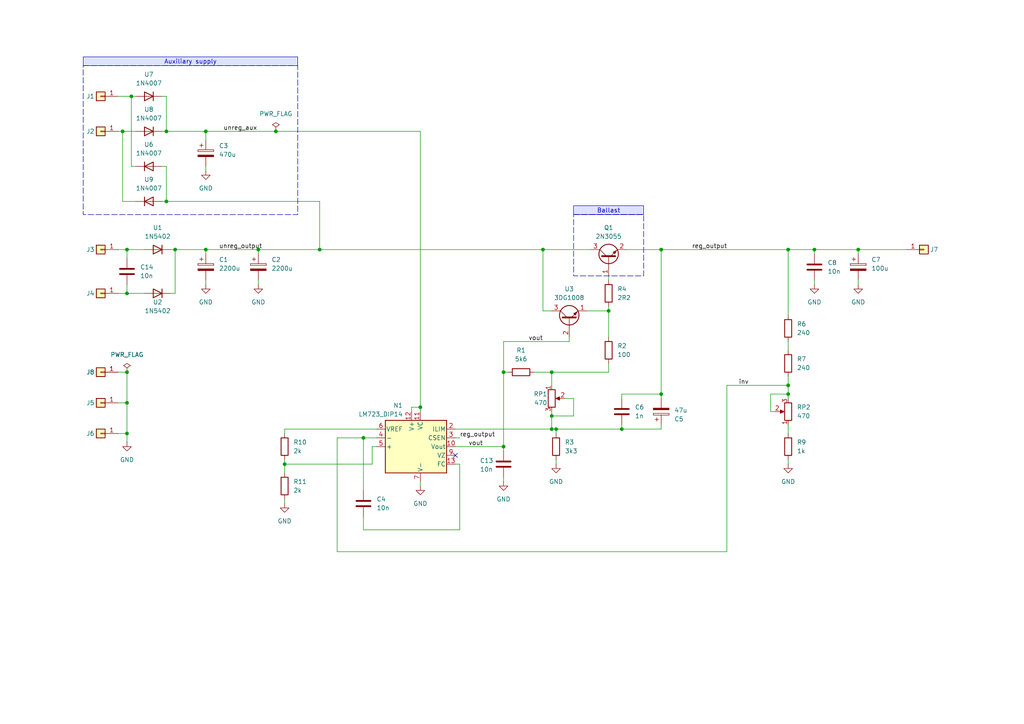
<source format=kicad_sch>
(kicad_sch (version 20250114) (generator "eeschema") (generator_version "9.0")
  (paper "A4")
  (title_block (title "5V supply") (date "2025-12-30") (rev "1.0.0") (comment 1 "Compliant with Velleman's layout") (comment 2 "Ref: AQF7.820.775"))
  (lib_symbols
    (symbol "Connector_Generic:Conn_01x01" (pin_names (offset 1.016) (hide yes))
      (property "Reference" "J" (at 0 2.54 0))
      (property "Value" "Conn_01x01" (at 0 -2.54 0))
      (symbol "Conn_01x01_1_1"
        (rectangle (start -1.27 1.27) (end 1.27 -1.27) (stroke (width 0.254)) (fill (type background)))
        (rectangle (start -1.27 0.127) (end 0 -0.127) (stroke (width 0.1524)))
        (pin passive line (at -5.08 0 0) (length 3.81) (name "Pin_1") (number "1"))
      )
    )
    (symbol "Device:C" (pin_numbers (hide yes)) (pin_names (offset 0.254))
      (property "Reference" "C" (at 0.635 2.54 0))
      (property "Value" "C" (at 0.635 -2.54 0))
      (symbol "C_0_1"
        (polyline (pts (xy -2.032 0.762) (xy 2.032 0.762)) (stroke (width 0.508)))
        (polyline (pts (xy -2.032 -0.762) (xy 2.032 -0.762)) (stroke (width 0.508)))
      )
      (symbol "C_1_1"
        (pin passive line (at 0 3.81 270) (length 2.794) (name "~") (number "1"))
        (pin passive line (at 0 -3.81 90) (length 2.794) (name "~") (number "2"))
      )
    )
    (symbol "Device:C_Polarized" (pin_numbers (hide yes)) (pin_names (offset 0.254))
      (property "Reference" "C" (at 0.635 2.54 0))
      (property "Value" "C_Polarized" (at 0.635 -2.54 0))
      (symbol "C_Polarized_0_1"
        (rectangle (start -2.286 0.508) (end 2.286 1.016))
        (polyline (pts (xy -1.778 2.286) (xy -0.762 2.286)))
        (polyline (pts (xy -1.27 2.794) (xy -1.27 1.778)))
        (rectangle (start 2.286 -0.508) (end -2.286 -1.016) (fill (type outline)))
      )
      (symbol "C_Polarized_1_1"
        (pin passive line (at 0 3.81 270) (length 2.794) (name "~") (number "1"))
        (pin passive line (at 0 -3.81 90) (length 2.794) (name "~") (number "2"))
      )
    )
    (symbol "Device:R" (pin_numbers (hide yes)) (pin_names (offset 0))
      (property "Reference" "R" (at 2.032 0 90))
      (property "Value" "R" (at 0 0 90))
      (symbol "R_0_1"
        (rectangle (start -1.016 -2.54) (end 1.016 2.54) (stroke (width 0.254)))
      )
      (symbol "R_1_1"
        (pin passive line (at 0 3.81 270) (length 1.27) (name "~") (number "1"))
        (pin passive line (at 0 -3.81 90) (length 1.27) (name "~") (number "2"))
      )
    )
    (symbol "Device:R_Potentiometer" (pin_names (offset 1.016) (hide yes))
      (property "Reference" "RV" (at -4.445 0 90))
      (property "Value" "R_Potentiometer" (at -2.54 0 90))
      (symbol "R_Potentiometer_0_1"
        (rectangle (start 1.016 2.54) (end -1.016 -2.54) (stroke (width 0.254)))
        (polyline (pts (xy 1.143 0) (xy 2.286 0.508) (xy 2.286 -0.508) (xy 1.143 0)) (fill (type outline)))
        (polyline (pts (xy 2.54 0) (xy 1.524 0)))
      )
      (symbol "R_Potentiometer_1_1"
        (pin passive line (at 0 3.81 270) (length 1.27) (name "1") (number "1"))
        (pin passive line (at 0 -3.81 90) (length 1.27) (name "3") (number "3"))
        (pin passive line (at 3.81 0 180) (length 1.27) (name "2") (number "2"))
      )
    )
    (symbol "Diode:1N4007" (pin_numbers (hide yes)) (pin_names (hide yes))
      (property "Reference" "D" (at 0 2.54 0))
      (property "Value" "1N4007" (at 0 -2.54 0))
      (symbol "1N4007_0_1"
        (polyline (pts (xy -1.27 1.27) (xy -1.27 -1.27)) (stroke (width 0.254)))
        (polyline (pts (xy 1.27 1.27) (xy 1.27 -1.27) (xy -1.27 0) (xy 1.27 1.27)) (stroke (width 0.254)))
        (polyline (pts (xy 1.27 0) (xy -1.27 0)))
      )
      (symbol "1N4007_1_1"
        (pin passive line (at -3.81 0 0) (length 2.54) (name "K") (number "1"))
        (pin passive line (at 3.81 0 180) (length 2.54) (name "A") (number "2"))
      )
    )
    (symbol "Diode:1N5402" (pin_numbers (hide yes)) (pin_names (hide yes))
      (property "Reference" "D" (at 0 2.54 0))
      (property "Value" "1N5402" (at 0 -2.54 0))
      (symbol "1N5402_0_1"
        (polyline (pts (xy -1.27 1.27) (xy -1.27 -1.27)) (stroke (width 0.254)))
        (polyline (pts (xy 1.27 1.27) (xy 1.27 -1.27) (xy -1.27 0) (xy 1.27 1.27)) (stroke (width 0.254)))
        (polyline (pts (xy 1.27 0) (xy -1.27 0)))
      )
      (symbol "1N5402_1_1"
        (pin passive line (at -3.81 0 0) (length 2.54) (name "K") (number "1"))
        (pin passive line (at 3.81 0 180) (length 2.54) (name "A") (number "2"))
      )
    )
    (symbol "Regulator_Linear:LM723_DIP14" (pin_names (offset 0.254))
      (property "Reference" "U" (at 0.635 10.795 0))
      (property "Value" "LM723_DIP14" (at 0.635 8.89 0))
      (symbol "LM723_DIP14_0_1"
        (rectangle (start -10.16 -7.62) (end 7.62 7.62) (stroke (width 0.254)) (fill (type background)))
      )
      (symbol "LM723_DIP14_1_1"
        (pin power_out line (at -12.7 5.08 0) (length 2.54) (name "VREF") (number "6"))
        (pin input line (at -12.7 2.54 0) (length 2.54) (name "-") (number "4"))
        (pin input line (at -12.7 0 0) (length 2.54) (name "+") (number "5"))
        (pin no_connect line (at -10.16 -2.54 0) (length 2.54) (hide yes) (name "NC") (number "8"))
        (pin no_connect line (at -10.16 -5.08 0) (length 2.54) (hide yes) (name "NC") (number "1"))
        (pin power_in line (at -2.54 10.16 270) (length 2.54) (name "V+") (number "12"))
        (pin no_connect line (at -2.54 -7.62 90) (length 2.54) (hide yes) (name "NC") (number "14"))
        (pin power_in line (at 0 10.16 270) (length 2.54) (name "VC") (number "11"))
        (pin power_in line (at 0 -10.16 90) (length 2.54) (name "V-") (number "7"))
        (pin input line (at 10.16 5.08 180) (length 2.54) (name "ILIM") (number "2"))
        (pin input line (at 10.16 2.54 180) (length 2.54) (name "CSEN") (number "3"))
        (pin power_out line (at 10.16 0 180) (length 2.54) (name "Vout") (number "10"))
        (pin input line (at 10.16 -2.54 180) (length 2.54) (name "VZ") (number "9"))
        (pin input line (at 10.16 -5.08 180) (length 2.54) (name "FC") (number "13"))
      )
    )
    (symbol "Transistor_BJT:2N3055" (pin_names (offset 0) (hide yes))
      (property "Reference" "Q" (at 5.08 1.905 0))
      (property "Value" "2N3055" (at 5.08 0 0))
      (symbol "2N3055_0_1"
        (polyline (pts (xy -2.54 0) (xy 0.635 0)))
        (polyline (pts (xy 0.635 1.905) (xy 0.635 -1.905)) (stroke (width 0.508)))
        (circle (center 1.27 0) (radius 2.8194) (stroke (width 0.254)))
      )
      (symbol "2N3055_1_1"
        (polyline (pts (xy 0.635 0.635) (xy 2.54 2.54)))
        (polyline (pts (xy 0.635 -0.635) (xy 2.54 -2.54)))
        (polyline (pts (xy 1.27 -1.778) (xy 1.778 -1.27) (xy 2.286 -2.286) (xy 1.27 -1.778)) (fill (type outline)))
        (pin input line (at -5.08 0 0) (length 2.54) (name "B") (number "1"))
        (pin passive line (at 2.54 5.08 270) (length 2.54) (name "C") (number "3"))
        (pin passive line (at 2.54 -5.08 90) (length 2.54) (name "E") (number "2"))
      )
    )
    (symbol "Transistor_BJT:Q_NPN_EBC" (pin_names (offset 0) (hide yes))
      (property "Reference" "Q" (at 5.08 1.27 0))
      (property "Value" "Q_NPN_EBC" (at 5.08 -1.27 0))
      (symbol "Q_NPN_EBC_0_1"
        (polyline (pts (xy -2.54 0) (xy 0.635 0)))
        (polyline (pts (xy 0.635 1.905) (xy 0.635 -1.905)) (stroke (width 0.508)))
        (circle (center 1.27 0) (radius 2.8194) (stroke (width 0.254)))
      )
      (symbol "Q_NPN_EBC_1_1"
        (polyline (pts (xy 0.635 0.635) (xy 2.54 2.54)))
        (polyline (pts (xy 0.635 -0.635) (xy 2.54 -2.54)))
        (polyline (pts (xy 1.27 -1.778) (xy 1.778 -1.27) (xy 2.286 -2.286) (xy 1.27 -1.778)) (fill (type outline)))
        (pin input line (at -5.08 0 0) (length 2.54) (name "B") (number "2"))
        (pin passive line (at 2.54 5.08 270) (length 2.54) (name "C") (number "3"))
        (pin passive line (at 2.54 -5.08 90) (length 2.54) (name "E") (number "1"))
      )
    )
    (symbol "power:GND" (power) (pin_numbers (hide yes)) (pin_names (offset 0) (hide yes))
      (property "Value" "GND" (at 0 -3.81 0))
      (symbol "GND_0_1"
        (polyline (pts (xy 0 0) (xy 0 -1.27) (xy 1.27 -1.27) (xy 0 -2.54) (xy -1.27 -1.27) (xy 0 -1.27)))
      )
      (symbol "GND_1_1"
        (pin power_in line (at 0 0 270) (length 0) (name "~") (number "1"))
      )
    )
    (symbol "power:PWR_FLAG" (power) (pin_numbers (hide yes)) (pin_names (offset 0) (hide yes))
      (property "Value" "PWR_FLAG" (at 0 3.81 0))
      (symbol "PWR_FLAG_0_0"
        (pin power_out line (at 0 0 90) (length 0) (name "~") (number "1"))
      )
      (symbol "PWR_FLAG_0_1"
        (polyline (pts (xy 0 0) (xy 0 1.27) (xy -1.016 1.905) (xy 0 2.54) (xy 1.016 1.905) (xy 0 1.27)))
      )
    )
  )
  (rectangle (start 166.37 62.23) (end 186.69 80.01) (stroke (width 0) (type dash)))
  (rectangle (start 24.13 19.05) (end 86.36 62.23) (stroke (width 0) (type dash)))
  (text_box "Auxiliary supply" (at 24.13 16.51 0) (size 62.23 2.54) (margins 0.9525 0.9525 0.9525 0.9525) (fill (type color) (color 222 226 255 1)) (effects (font (size 1.27 1.27))))
  (text_box "Ballast" (at 166.37 59.69 0) (size 20.32 2.54) (margins 0.9525 0.9525 0.9525 0.9525) (fill (type color) (color 222 226 255 1)) (effects (font (size 1.27 1.27))))
  (junction (at 228.6 111.76))
  (junction (at 160.02 124.46))
  (junction (at 80.01 38.1))
  (junction (at 59.69 72.39))
  (junction (at 59.69 38.1))
  (junction (at 161.29 124.46))
  (junction (at 160.02 120.65))
  (junction (at 35.56 38.1))
  (junction (at 121.92 118.11))
  (junction (at 36.83 85.09))
  (junction (at 105.41 127))
  (junction (at 160.02 107.95))
  (junction (at 48.26 58.42))
  (junction (at 50.8 72.39))
  (junction (at 36.83 125.73))
  (junction (at 36.83 72.39))
  (junction (at 228.6 114.3))
  (junction (at 38.1 27.94))
  (junction (at 146.05 129.54))
  (junction (at 236.22 72.39))
  (junction (at 146.05 107.95))
  (junction (at 191.77 72.39))
  (junction (at 82.55 134.62))
  (junction (at 157.48 72.39))
  (junction (at 48.26 38.1))
  (junction (at 36.83 107.95))
  (junction (at 74.93 72.39))
  (junction (at 92.71 72.39))
  (junction (at 191.77 114.3))
  (junction (at 228.6 72.39))
  (junction (at 180.34 124.46))
  (junction (at 176.53 90.17))
  (junction (at 248.92 72.39))
  (junction (at 36.83 116.84))
  (no_connect (at 132.08 132.08))
  (wire (pts (xy 157.48 72.39) (xy 157.48 90.17)))
  (wire (pts (xy 210.82 160.02) (xy 210.82 111.76)))
  (wire (pts (xy 121.92 139.7) (xy 121.92 140.97)))
  (wire (pts (xy 105.41 149.86) (xy 105.41 153.67)))
  (wire (pts (xy 163.83 115.57) (xy 166.37 115.57)))
  (wire (pts (xy 161.29 124.46) (xy 180.34 124.46)))
  (wire (pts (xy 46.99 48.26) (xy 48.26 48.26)))
  (wire (pts (xy 74.93 72.39) (xy 74.93 73.66)))
  (wire (pts (xy 191.77 123.19) (xy 191.77 124.46)))
  (wire (pts (xy 59.69 73.66) (xy 59.69 72.39)))
  (wire (pts (xy 228.6 114.3) (xy 228.6 115.57)))
  (wire (pts (xy 248.92 72.39) (xy 248.92 73.66)))
  (wire (pts (xy 119.38 118.11) (xy 121.92 118.11)))
  (wire (pts (xy 50.8 72.39) (xy 50.8 85.09)))
  (wire (pts (xy 109.22 127) (xy 105.41 127)))
  (wire (pts (xy 38.1 48.26) (xy 38.1 27.94)))
  (wire (pts (xy 59.69 40.64) (xy 59.69 38.1)))
  (wire (pts (xy 191.77 72.39) (xy 191.77 114.3)))
  (wire (pts (xy 133.35 153.67) (xy 105.41 153.67)))
  (wire (pts (xy 180.34 115.57) (xy 180.34 114.3)))
  (wire (pts (xy 176.53 88.9) (xy 176.53 90.17)))
  (wire (pts (xy 82.55 125.73) (xy 82.55 124.46)))
  (wire (pts (xy 49.53 85.09) (xy 50.8 85.09)))
  (wire (pts (xy 48.26 58.42) (xy 92.71 58.42)))
  (wire (pts (xy 121.92 38.1) (xy 121.92 118.11)))
  (wire (pts (xy 160.02 120.65) (xy 160.02 119.38)))
  (wire (pts (xy 119.38 119.38) (xy 119.38 118.11)))
  (wire (pts (xy 180.34 114.3) (xy 191.77 114.3)))
  (wire (pts (xy 36.83 72.39) (xy 36.83 74.93)))
  (wire (pts (xy 146.05 107.95) (xy 147.32 107.95)))
  (wire (pts (xy 36.83 85.09) (xy 34.29 85.09)))
  (wire (pts (xy 35.56 58.42) (xy 35.56 38.1)))
  (wire (pts (xy 82.55 133.35) (xy 82.55 134.62)))
  (wire (pts (xy 181.61 72.39) (xy 191.77 72.39)))
  (wire (pts (xy 146.05 138.43) (xy 146.05 139.7)))
  (wire (pts (xy 34.29 107.95) (xy 36.83 107.95)))
  (wire (pts (xy 74.93 82.55) (xy 74.93 81.28)))
  (wire (pts (xy 34.29 27.94) (xy 38.1 27.94)))
  (wire (pts (xy 154.94 107.95) (xy 160.02 107.95)))
  (wire (pts (xy 36.83 72.39) (xy 41.91 72.39)))
  (wire (pts (xy 48.26 27.94) (xy 46.99 27.94)))
  (wire (pts (xy 176.53 90.17) (xy 176.53 97.79)))
  (wire (pts (xy 133.35 134.62) (xy 133.35 153.67)))
  (wire (pts (xy 160.02 111.76) (xy 160.02 107.95)))
  (wire (pts (xy 161.29 124.46) (xy 161.29 125.73)))
  (wire (pts (xy 157.48 72.39) (xy 171.45 72.39)))
  (wire (pts (xy 228.6 72.39) (xy 228.6 91.44)))
  (wire (pts (xy 248.92 72.39) (xy 262.89 72.39)))
  (wire (pts (xy 236.22 72.39) (xy 228.6 72.39)))
  (wire (pts (xy 248.92 81.28) (xy 248.92 82.55)))
  (wire (pts (xy 166.37 120.65) (xy 160.02 120.65)))
  (wire (pts (xy 160.02 120.65) (xy 160.02 124.46)))
  (wire (pts (xy 248.92 72.39) (xy 236.22 72.39)))
  (wire (pts (xy 82.55 124.46) (xy 109.22 124.46)))
  (wire (pts (xy 161.29 133.35) (xy 161.29 134.62)))
  (wire (pts (xy 132.08 129.54) (xy 146.05 129.54)))
  (wire (pts (xy 36.83 125.73) (xy 36.83 116.84)))
  (wire (pts (xy 97.79 127) (xy 97.79 160.02)))
  (wire (pts (xy 210.82 111.76) (xy 228.6 111.76)))
  (wire (pts (xy 34.29 38.1) (xy 35.56 38.1)))
  (wire (pts (xy 48.26 38.1) (xy 48.26 27.94)))
  (wire (pts (xy 39.37 58.42) (xy 35.56 58.42)))
  (wire (pts (xy 146.05 129.54) (xy 146.05 107.95)))
  (wire (pts (xy 97.79 160.02) (xy 210.82 160.02)))
  (wire (pts (xy 34.29 125.73) (xy 36.83 125.73)))
  (wire (pts (xy 109.22 129.54) (xy 107.95 129.54)))
  (wire (pts (xy 228.6 123.19) (xy 228.6 125.73)))
  (wire (pts (xy 48.26 38.1) (xy 59.69 38.1)))
  (wire (pts (xy 82.55 137.16) (xy 82.55 134.62)))
  (wire (pts (xy 176.53 80.01) (xy 176.53 81.28)))
  (wire (pts (xy 236.22 72.39) (xy 236.22 73.66)))
  (wire (pts (xy 191.77 114.3) (xy 191.77 115.57)))
  (wire (pts (xy 132.08 124.46) (xy 160.02 124.46)))
  (wire (pts (xy 82.55 144.78) (xy 82.55 146.05)))
  (wire (pts (xy 132.08 127) (xy 133.35 127)))
  (wire (pts (xy 36.83 107.95) (xy 36.83 116.84)))
  (wire (pts (xy 191.77 72.39) (xy 228.6 72.39)))
  (wire (pts (xy 59.69 72.39) (xy 74.93 72.39)))
  (wire (pts (xy 80.01 38.1) (xy 121.92 38.1)))
  (wire (pts (xy 132.08 134.62) (xy 133.35 134.62)))
  (wire (pts (xy 146.05 99.06) (xy 165.1 99.06)))
  (wire (pts (xy 157.48 90.17) (xy 160.02 90.17)))
  (wire (pts (xy 50.8 72.39) (xy 59.69 72.39)))
  (wire (pts (xy 48.26 48.26) (xy 48.26 58.42)))
  (wire (pts (xy 38.1 27.94) (xy 39.37 27.94)))
  (wire (pts (xy 146.05 129.54) (xy 146.05 130.81)))
  (wire (pts (xy 46.99 38.1) (xy 48.26 38.1)))
  (wire (pts (xy 49.53 72.39) (xy 50.8 72.39)))
  (wire (pts (xy 121.92 118.11) (xy 121.92 119.38)))
  (wire (pts (xy 46.99 58.42) (xy 48.26 58.42)))
  (wire (pts (xy 176.53 107.95) (xy 176.53 105.41)))
  (wire (pts (xy 82.55 134.62) (xy 107.95 134.62)))
  (wire (pts (xy 97.79 127) (xy 105.41 127)))
  (wire (pts (xy 236.22 81.28) (xy 236.22 82.55)))
  (wire (pts (xy 165.1 99.06) (xy 165.1 97.79)))
  (wire (pts (xy 74.93 72.39) (xy 92.71 72.39)))
  (wire (pts (xy 105.41 127) (xy 105.41 142.24)))
  (wire (pts (xy 92.71 58.42) (xy 92.71 72.39)))
  (wire (pts (xy 36.83 85.09) (xy 41.91 85.09)))
  (wire (pts (xy 92.71 72.39) (xy 157.48 72.39)))
  (wire (pts (xy 36.83 82.55) (xy 36.83 85.09)))
  (wire (pts (xy 34.29 72.39) (xy 36.83 72.39)))
  (wire (pts (xy 35.56 38.1) (xy 39.37 38.1)))
  (wire (pts (xy 39.37 48.26) (xy 38.1 48.26)))
  (wire (pts (xy 228.6 109.22) (xy 228.6 111.76)))
  (wire (pts (xy 36.83 116.84) (xy 34.29 116.84)))
  (wire (pts (xy 191.77 124.46) (xy 180.34 124.46)))
  (wire (pts (xy 228.6 111.76) (xy 228.6 114.3)))
  (wire (pts (xy 146.05 99.06) (xy 146.05 107.95)))
  (wire (pts (xy 36.83 128.27) (xy 36.83 125.73)))
  (wire (pts (xy 59.69 38.1) (xy 80.01 38.1)))
  (wire (pts (xy 59.69 48.26) (xy 59.69 49.53)))
  (wire (pts (xy 228.6 101.6) (xy 228.6 99.06)))
  (wire (pts (xy 160.02 107.95) (xy 176.53 107.95)))
  (wire (pts (xy 223.52 119.38) (xy 223.52 114.3)))
  (wire (pts (xy 107.95 134.62) (xy 107.95 129.54)))
  (wire (pts (xy 224.79 119.38) (xy 223.52 119.38)))
  (wire (pts (xy 180.34 123.19) (xy 180.34 124.46)))
  (wire (pts (xy 170.18 90.17) (xy 176.53 90.17)))
  (wire (pts (xy 160.02 124.46) (xy 161.29 124.46)))
  (wire (pts (xy 166.37 115.57) (xy 166.37 120.65)))
  (wire (pts (xy 59.69 82.55) (xy 59.69 81.28)))
  (wire (pts (xy 228.6 133.35) (xy 228.6 134.62)))
  (wire (pts (xy 223.52 114.3) (xy 228.6 114.3)))
  (label "reg_output" (at 200.66 72.39 0))
  (label "vout" (at 157.48 99.06 180))
  (label "vout" (at 135.89 129.54 0))
  (label "unreg_aux" (at 64.77 38.1 0))
  (label "inv" (at 217.17 111.76 180))
  (label "reg_output" (at 133.35 127 0))
  (label "unreg_output" (at 63.5 72.39 0))
  (symbol (lib_id "Diode:1N5402") (at 45.72 85.09 180) (unit 1)
    (property "Reference" "U2" (at 45.72 87.63 0))
    (property "Value" "1N5402" (at 45.72 90.17 0))
    (property "Footprint" "Diode_THT:D_DO-201AD_P15.24mm_Horizontal" (effects (hide yes)))
    (property "Datasheet" "http://www.vishay.com/docs/88516/1n5400.pdf" (effects (hide yes)))
    (property "Description" "200V 3A General Purpose Rectifier Diode, DO-201AD" (effects (hide yes)))
    (property "Sim.Device" "D" (effects (hide yes)))
    (property "Sim.Pins" "1=K 2=A" (effects (hide yes)))
  )
  (symbol (lib_id "Device:R") (at 228.6 105.41 180) (unit 1)
    (property "Reference" "R7" (at 231.14 104.1399 0) (effects (justify right)))
    (property "Value" "240" (at 231.14 106.6799 0) (effects (justify right)))
    (property "Description" "Resistor" (effects (hide yes)))
  )
  (symbol (lib_id "power:GND") (at 59.69 49.53 0) (unit 1)
    (property "Reference" "#PWR01" (effects (hide yes)))
    (property "Value" "GND" (at 59.69 54.61 0))
    (property "Description" "Power symbol creates a global label with name \"GND\" , ground" (effects (hide yes)))
  )
  (symbol (lib_id "Diode:1N4007") (at 43.18 48.26 0) (mirror x) (unit 1)
    (property "Reference" "U6" (at 43.18 41.91 0))
    (property "Value" "1N4007" (at 43.18 44.45 0))
    (property "Footprint" "Diode_THT:D_DO-41_SOD81_P10.16mm_Horizontal" (effects (hide yes)))
    (property "Datasheet" "http://www.vishay.com/docs/88503/1n4001.pdf" (effects (hide yes)))
    (property "Description" "1000V 1A General Purpose Rectifier Diode, DO-41" (effects (hide yes)))
    (property "Sim.Device" "D" (effects (hide yes)))
    (property "Sim.Pins" "1=K 2=A" (effects (hide yes)))
  )
  (symbol (lib_id "Device:C") (at 180.34 119.38 0) (unit 1)
    (property "Reference" "C6" (at 184.15 118.1099 0) (effects (justify left)))
    (property "Value" "1n" (at 184.15 120.6499 0) (effects (justify left)))
    (property "Description" "Unpolarized capacitor" (effects (hide yes)))
  )
  (symbol (lib_id "Diode:1N4007") (at 43.18 27.94 180) (unit 1)
    (property "Reference" "U7" (at 43.18 21.59 0))
    (property "Value" "1N4007" (at 43.18 24.13 0))
    (property "Footprint" "Diode_THT:D_DO-41_SOD81_P10.16mm_Horizontal" (effects (hide yes)))
    (property "Datasheet" "http://www.vishay.com/docs/88503/1n4001.pdf" (effects (hide yes)))
    (property "Description" "1000V 1A General Purpose Rectifier Diode, DO-41" (effects (hide yes)))
    (property "Sim.Device" "D" (effects (hide yes)))
    (property "Sim.Pins" "1=K 2=A" (effects (hide yes)))
  )
  (symbol (lib_id "Device:R") (at 228.6 95.25 180) (unit 1)
    (property "Reference" "R6" (at 231.14 93.9799 0) (effects (justify right)))
    (property "Value" "240" (at 231.14 96.5199 0) (effects (justify right)))
    (property "Description" "Resistor" (effects (hide yes)))
  )
  (symbol (lib_id "Device:R_Potentiometer") (at 160.02 115.57 0) (unit 1)
    (property "Reference" "RP1" (at 158.75 114.2999 0) (effects (justify right)))
    (property "Value" "470" (at 158.75 116.8399 0) (effects (justify right)))
    (property "Description" "Potentiometer" (effects (hide yes)))
  )
  (symbol (lib_id "Device:R") (at 151.13 107.95 90) (unit 1)
    (property "Reference" "R1" (at 151.13 101.6 90))
    (property "Value" "5k6" (at 151.13 104.14 90))
    (property "Description" "Resistor" (effects (hide yes)))
  )
  (symbol (lib_id "Device:C") (at 146.05 134.62 0) (unit 1)
    (property "Reference" "C13" (at 139.192 133.604 0) (effects (justify left)))
    (property "Value" "10n" (at 139.192 136.144 0) (effects (justify left)))
    (property "Description" "Unpolarized capacitor" (effects (hide yes)))
  )
  (symbol (lib_id "Diode:1N4007") (at 43.18 38.1 180) (unit 1)
    (property "Reference" "U8" (at 43.18 31.75 0))
    (property "Value" "1N4007" (at 43.18 34.29 0))
    (property "Footprint" "Diode_THT:D_DO-41_SOD81_P10.16mm_Horizontal" (effects (hide yes)))
    (property "Datasheet" "http://www.vishay.com/docs/88503/1n4001.pdf" (effects (hide yes)))
    (property "Description" "1000V 1A General Purpose Rectifier Diode, DO-41" (effects (hide yes)))
    (property "Sim.Device" "D" (effects (hide yes)))
    (property "Sim.Pins" "1=K 2=A" (effects (hide yes)))
  )
  (symbol (lib_id "power:GND") (at 248.92 82.55 0) (unit 1)
    (property "Reference" "#PWR07" (effects (hide yes)))
    (property "Value" "GND" (at 248.92 87.63 0))
    (property "Description" "Power symbol creates a global label with name \"GND\" , ground" (effects (hide yes)))
  )
  (symbol (lib_id "Connector_Generic:Conn_01x01") (at 29.21 85.09 180) (unit 1)
    (property "Reference" "J4" (at 27.432 85.09 0) (effects (justify left)))
    (property "Value" "Conn_01x01" (effects (hide yes)))
    (property "Description" "Generic connector, single row, 01x01, script generated (kicad-library-utils/schlib/autogen/connector/)" (effects (hide yes)))
  )
  (symbol (lib_id "Device:R") (at 176.53 101.6 0) (unit 1)
    (property "Reference" "R2" (at 179.07 100.3299 0) (effects (justify left)))
    (property "Value" "100" (at 179.07 102.8699 0) (effects (justify left)))
    (property "Description" "Resistor" (effects (hide yes)))
  )
  (symbol (lib_id "Connector_Generic:Conn_01x01") (at 29.21 38.1 180) (unit 1)
    (property "Reference" "J2" (at 27.432 38.1 0) (effects (justify left)))
    (property "Value" "Conn_01x01" (effects (hide yes)))
    (property "Description" "Generic connector, single row, 01x01, script generated (kicad-library-utils/schlib/autogen/connector/)" (effects (hide yes)))
  )
  (symbol (lib_id "Diode:1N5402") (at 45.72 72.39 180) (unit 1)
    (property "Reference" "U1" (at 45.72 66.04 0))
    (property "Value" "1N5402" (at 45.72 68.58 0))
    (property "Footprint" "Diode_THT:D_DO-201AD_P15.24mm_Horizontal" (effects (hide yes)))
    (property "Datasheet" "http://www.vishay.com/docs/88516/1n5400.pdf" (effects (hide yes)))
    (property "Description" "200V 3A General Purpose Rectifier Diode, DO-201AD" (effects (hide yes)))
    (property "Sim.Device" "D" (effects (hide yes)))
    (property "Sim.Pins" "1=K 2=A" (effects (hide yes)))
  )
  (symbol (lib_id "power:PWR_FLAG") (at 36.83 107.95 0) (unit 1)
    (property "Reference" "#FLG02" (effects (hide yes)))
    (property "Value" "PWR_FLAG" (at 36.83 102.87 0))
    (property "Description" "Special symbol for telling ERC where power comes from" (effects (hide yes)))
  )
  (symbol (lib_id "Connector_Generic:Conn_01x01") (at 29.21 116.84 180) (unit 1)
    (property "Reference" "J5" (at 27.432 116.84 0) (effects (justify left)))
    (property "Value" "Conn_01x01" (effects (hide yes)))
    (property "Description" "Generic connector, single row, 01x01, script generated (kicad-library-utils/schlib/autogen/connector/)" (effects (hide yes)))
  )
  (symbol (lib_id "power:GND") (at 121.92 140.97 0) (unit 1)
    (property "Reference" "#PWR010" (effects (hide yes)))
    (property "Value" "GND" (at 121.92 146.05 0))
    (property "Description" "Power symbol creates a global label with name \"GND\" , ground" (effects (hide yes)))
  )
  (symbol (lib_id "power:PWR_FLAG") (at 80.01 38.1 0) (unit 1)
    (property "Reference" "#FLG01" (effects (hide yes)))
    (property "Value" "PWR_FLAG" (at 80.01 33.02 0))
    (property "Description" "Special symbol for telling ERC where power comes from" (effects (hide yes)))
  )
  (symbol (lib_id "power:GND") (at 236.22 82.55 0) (unit 1)
    (property "Reference" "#PWR06" (effects (hide yes)))
    (property "Value" "GND" (at 236.22 87.63 0))
    (property "Description" "Power symbol creates a global label with name \"GND\" , ground" (effects (hide yes)))
  )
  (symbol (lib_id "power:GND") (at 161.29 134.62 0) (unit 1)
    (property "Reference" "#PWR09" (effects (hide yes)))
    (property "Value" "GND" (at 161.29 139.7 0))
    (property "Description" "Power symbol creates a global label with name \"GND\" , ground" (effects (hide yes)))
  )
  (symbol (lib_id "Device:C_Polarized") (at 59.69 44.45 0) (unit 1)
    (property "Reference" "C3" (at 63.5 42.2909 0) (effects (justify left)))
    (property "Value" "470u" (at 63.5 44.8309 0) (effects (justify left)))
    (property "Description" "Polarized capacitor" (effects (hide yes)))
  )
  (symbol (lib_id "Device:C") (at 105.41 146.05 0) (unit 1)
    (property "Reference" "C4" (at 109.22 144.7799 0) (effects (justify left)))
    (property "Value" "10n" (at 109.22 147.3199 0) (effects (justify left)))
    (property "Description" "Unpolarized capacitor" (effects (hide yes)))
  )
  (symbol (lib_id "Device:R") (at 82.55 129.54 0) (unit 1)
    (property "Reference" "R10" (at 85.09 128.2699 0) (effects (justify left)))
    (property "Value" "2k" (at 85.09 130.8099 0) (effects (justify left)))
    (property "Description" "Resistor" (effects (hide yes)))
  )
  (symbol (lib_id "Connector_Generic:Conn_01x01") (at 267.97 72.39 0) (unit 1)
    (property "Reference" "J7" (at 269.748 72.39 0) (effects (justify left)))
    (property "Value" "Conn_01x01" (effects (hide yes)))
    (property "Description" "Generic connector, single row, 01x01, script generated (kicad-library-utils/schlib/autogen/connector/)" (effects (hide yes)))
  )
  (symbol (lib_id "Connector_Generic:Conn_01x01") (at 29.21 72.39 180) (unit 1)
    (property "Reference" "J3" (at 27.432 72.39 0) (effects (justify left)))
    (property "Value" "Conn_01x01" (effects (hide yes)))
    (property "Description" "Generic connector, single row, 01x01, script generated (kicad-library-utils/schlib/autogen/connector/)" (effects (hide yes)))
  )
  (symbol (lib_id "Connector_Generic:Conn_01x01") (at 29.21 125.73 180) (unit 1)
    (property "Reference" "J6" (at 27.432 125.73 0) (effects (justify left)))
    (property "Value" "Conn_01x01" (effects (hide yes)))
    (property "Description" "Generic connector, single row, 01x01, script generated (kicad-library-utils/schlib/autogen/connector/)" (effects (hide yes)))
  )
  (symbol (lib_id "Device:C") (at 36.83 78.74 0) (unit 1)
    (property "Reference" "C14" (at 40.64 77.4699 0) (effects (justify left)))
    (property "Value" "10n" (at 40.64 80.0099 0) (effects (justify left)))
    (property "Description" "Unpolarized capacitor" (effects (hide yes)))
  )
  (symbol (lib_id "Device:R") (at 176.53 85.09 180) (unit 1)
    (property "Reference" "R4" (at 179.07 83.8199 0) (effects (justify right)))
    (property "Value" "2R2" (at 179.07 86.3599 0) (effects (justify right)))
    (property "Description" "Resistor" (effects (hide yes)))
  )
  (symbol (lib_id "Transistor_BJT:Q_NPN_EBC") (at 165.1 92.71 90) (unit 1)
    (property "Reference" "U3" (at 165.1 83.82 90))
    (property "Value" "3DG1008" (at 165.1 86.36 90))
    (property "Description" "NPN transistor, emitter/base/collector" (effects (hide yes)))
  )
  (symbol (lib_id "Connector_Generic:Conn_01x01") (at 29.21 27.94 180) (unit 1)
    (property "Reference" "J1" (at 27.432 27.94 0) (effects (justify left)))
    (property "Value" "Conn_01x01" (effects (hide yes)))
    (property "Description" "Generic connector, single row, 01x01, script generated (kicad-library-utils/schlib/autogen/connector/)" (effects (hide yes)))
  )
  (symbol (lib_id "Connector_Generic:Conn_01x01") (at 29.21 107.95 180) (unit 1)
    (property "Reference" "J8" (at 27.432 107.95 0) (effects (justify left)))
    (property "Value" "Conn_01x01" (effects (hide yes)))
    (property "Description" "Generic connector, single row, 01x01, script generated (kicad-library-utils/schlib/autogen/connector/)" (effects (hide yes)))
  )
  (symbol (lib_id "Diode:1N4007") (at 43.18 58.42 0) (mirror x) (unit 1)
    (property "Reference" "U9" (at 43.18 52.07 0))
    (property "Value" "1N4007" (at 43.18 54.61 0))
    (property "Footprint" "Diode_THT:D_DO-41_SOD81_P10.16mm_Horizontal" (effects (hide yes)))
    (property "Datasheet" "http://www.vishay.com/docs/88503/1n4001.pdf" (effects (hide yes)))
    (property "Description" "1000V 1A General Purpose Rectifier Diode, DO-41" (effects (hide yes)))
    (property "Sim.Device" "D" (effects (hide yes)))
    (property "Sim.Pins" "1=K 2=A" (effects (hide yes)))
  )
  (symbol (lib_id "power:GND") (at 59.69 82.55 0) (unit 1)
    (property "Reference" "#PWR02" (effects (hide yes)))
    (property "Value" "GND" (at 59.69 87.63 0))
    (property "Description" "Power symbol creates a global label with name \"GND\" , ground" (effects (hide yes)))
  )
  (symbol (lib_id "Device:C") (at 236.22 77.47 0) (unit 1)
    (property "Reference" "C8" (at 240.03 76.1999 0) (effects (justify left)))
    (property "Value" "10n" (at 240.03 78.7399 0) (effects (justify left)))
    (property "Description" "Unpolarized capacitor" (effects (hide yes)))
  )
  (symbol (lib_id "Device:C_Polarized") (at 74.93 77.47 0) (unit 1)
    (property "Reference" "C2" (at 78.74 75.3109 0) (effects (justify left)))
    (property "Value" "2200u" (at 78.74 77.8509 0) (effects (justify left)))
    (property "Description" "Polarized capacitor" (effects (hide yes)))
  )
  (symbol (lib_id "Device:R_Potentiometer") (at 228.6 119.38 180) (unit 1)
    (property "Reference" "RP2" (at 231.14 118.1099 0) (effects (justify right)))
    (property "Value" "470" (at 231.14 120.6499 0) (effects (justify right)))
    (property "Description" "Potentiometer" (effects (hide yes)))
  )
  (symbol (lib_id "power:GND") (at 146.05 139.7 0) (unit 1)
    (property "Reference" "#PWR08" (effects (hide yes)))
    (property "Value" "GND" (at 146.05 144.78 0))
    (property "Description" "Power symbol creates a global label with name \"GND\" , ground" (effects (hide yes)))
  )
  (symbol (lib_id "Device:R") (at 82.55 140.97 0) (unit 1)
    (property "Reference" "R11" (at 85.09 139.6999 0) (effects (justify left)))
    (property "Value" "2k" (at 85.09 142.2399 0) (effects (justify left)))
    (property "Description" "Resistor" (effects (hide yes)))
  )
  (symbol (lib_id "Regulator_Linear:LM723_DIP14") (at 121.92 129.54 0) (unit 1)
    (property "Reference" "N1" (at 116.84 117.602 0) (effects (justify right)))
    (property "Value" "LM723_DIP14" (at 116.84 120.142 0) (effects (justify right)))
    (property "Footprint" "Package_DIP:DIP-14_W7.62mm" (effects (hide yes)))
    (property "Datasheet" "http://www.ti.com/lit/ds/symlink/lm723.pdf" (effects (hide yes)))
    (property "Description" "Linear Regulator (adjustable), DIP-14" (effects (hide yes)))
  )
  (symbol (lib_id "Device:C_Polarized") (at 191.77 119.38 0) (mirror x) (unit 1)
    (property "Reference" "C5" (at 195.58 121.5391 0) (effects (justify left)))
    (property "Value" "47u" (at 195.58 118.9991 0) (effects (justify left)))
    (property "Description" "Polarized capacitor" (effects (hide yes)))
  )
  (symbol (lib_id "power:GND") (at 228.6 134.62 0) (unit 1)
    (property "Reference" "#PWR012" (effects (hide yes)))
    (property "Value" "GND" (at 228.6 139.7 0))
    (property "Description" "Power symbol creates a global label with name \"GND\" , ground" (effects (hide yes)))
  )
  (symbol (lib_id "power:GND") (at 82.55 146.05 0) (unit 1)
    (property "Reference" "#PWR011" (effects (hide yes)))
    (property "Value" "GND" (at 82.55 151.13 0))
    (property "Description" "Power symbol creates a global label with name \"GND\" , ground" (effects (hide yes)))
  )
  (symbol (lib_id "Device:C_Polarized") (at 59.69 77.47 0) (unit 1)
    (property "Reference" "C1" (at 63.5 75.3109 0) (effects (justify left)))
    (property "Value" "2200u" (at 63.5 77.8509 0) (effects (justify left)))
    (property "Description" "Polarized capacitor" (effects (hide yes)))
  )
  (symbol (lib_id "Device:R") (at 228.6 129.54 0) (unit 1)
    (property "Reference" "R9" (at 231.14 128.2699 0) (effects (justify left)))
    (property "Value" "1k" (at 231.14 130.8099 0) (effects (justify left)))
    (property "Description" "Resistor" (effects (hide yes)))
  )
  (symbol (lib_id "Device:R") (at 161.29 129.54 0) (unit 1)
    (property "Reference" "R3" (at 163.83 128.2699 0) (effects (justify left)))
    (property "Value" "3k3" (at 163.83 130.8099 0) (effects (justify left)))
    (property "Description" "Resistor" (effects (hide yes)))
  )
  (symbol (lib_id "power:GND") (at 74.93 82.55 0) (unit 1)
    (property "Reference" "#PWR03" (effects (hide yes)))
    (property "Value" "GND" (at 74.93 87.63 0))
    (property "Description" "Power symbol creates a global label with name \"GND\" , ground" (effects (hide yes)))
  )
  (symbol (lib_id "Transistor_BJT:2N3055") (at 176.53 74.93 90) (unit 1)
    (property "Reference" "Q1" (at 176.53 66.04 90))
    (property "Value" "2N3055" (at 176.53 68.58 90))
    (property "Footprint" "Package_TO_SOT_THT:TO-3" (effects (hide yes)))
    (property "Datasheet" "http://www.onsemi.com/pub_link/Collateral/2N3055-D.PDF" (effects (hide yes)))
    (property "Description" "15A Ic, 60V Vce, Power NPN Transistor, TO-3" (effects (hide yes)))
  )
  (symbol (lib_id "Device:C_Polarized") (at 248.92 77.47 0) (unit 1)
    (property "Reference" "C7" (at 252.73 75.3109 0) (effects (justify left)))
    (property "Value" "100u" (at 252.73 77.8509 0) (effects (justify left)))
    (property "Description" "Polarized capacitor" (effects (hide yes)))
  )
  (symbol (lib_id "power:GND") (at 36.83 128.27 0) (unit 1)
    (property "Reference" "#PWR04" (effects (hide yes)))
    (property "Value" "GND" (at 36.83 133.35 0))
    (property "Description" "Power symbol creates a global label with name \"GND\" , ground" (effects (hide yes)))
  )
)
</source>
